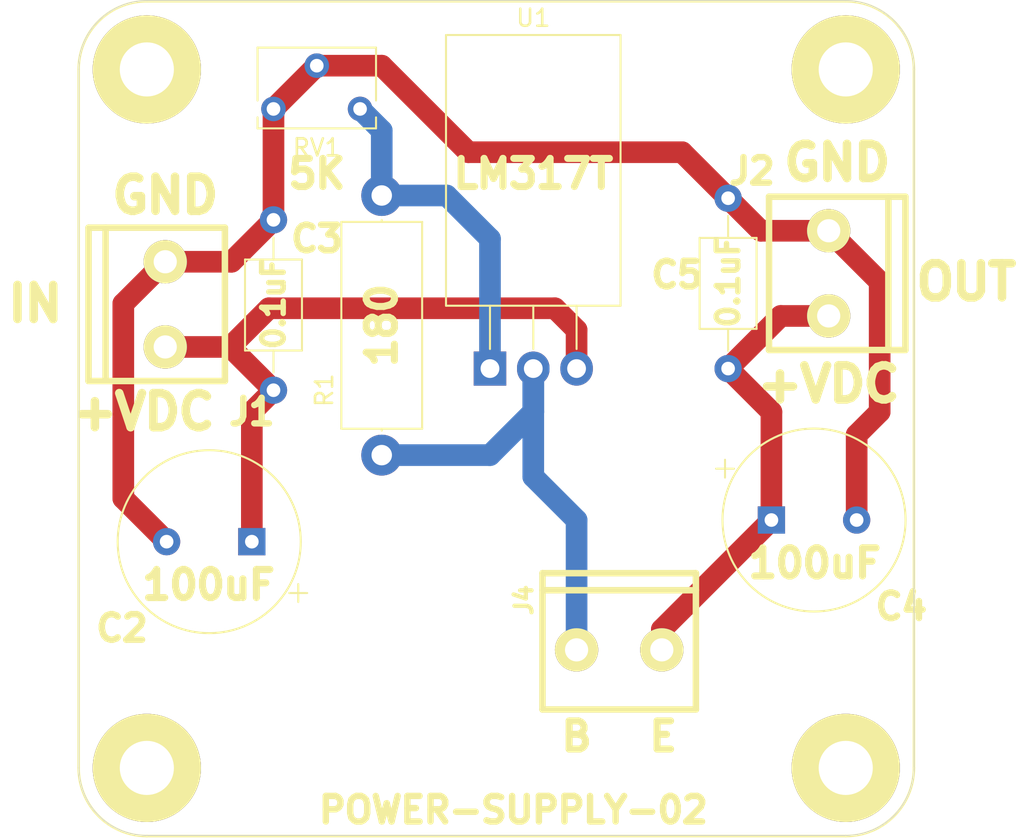
<source format=kicad_pcb>
(kicad_pcb (version 20171130) (host pcbnew "(5.1.5)-3")

  (general
    (thickness 1.6)
    (drawings 24)
    (tracks 42)
    (zones 0)
    (modules 11)
    (nets 6)
  )

  (page A4)
  (layers
    (0 F.Cu signal)
    (31 B.Cu signal)
    (32 B.Adhes user hide)
    (33 F.Adhes user hide)
    (34 B.Paste user hide)
    (35 F.Paste user hide)
    (36 B.SilkS user)
    (37 F.SilkS user)
    (38 B.Mask user)
    (39 F.Mask user)
    (40 Dwgs.User user)
    (41 Cmts.User user)
    (42 Eco1.User user hide)
    (43 Eco2.User user hide)
    (44 Edge.Cuts user)
    (45 Margin user hide)
    (46 B.CrtYd user hide)
    (47 F.CrtYd user hide)
    (48 B.Fab user hide)
    (49 F.Fab user hide)
  )

  (setup
    (last_trace_width 0.25)
    (user_trace_width 0.635)
    (user_trace_width 1.27)
    (trace_clearance 0.2)
    (zone_clearance 0.508)
    (zone_45_only no)
    (trace_min 0.2)
    (via_size 0.8)
    (via_drill 0.4)
    (via_min_size 0.4)
    (via_min_drill 0.3)
    (uvia_size 0.3)
    (uvia_drill 0.1)
    (uvias_allowed no)
    (uvia_min_size 0.2)
    (uvia_min_drill 0.1)
    (edge_width 0.05)
    (segment_width 0.2)
    (pcb_text_width 0.3)
    (pcb_text_size 1.5 1.5)
    (mod_edge_width 0.12)
    (mod_text_size 1 1)
    (mod_text_width 0.15)
    (pad_size 1.524 1.524)
    (pad_drill 0.762)
    (pad_to_mask_clearance 0.051)
    (solder_mask_min_width 0.25)
    (aux_axis_origin 0 0)
    (visible_elements 7EFFEF7F)
    (pcbplotparams
      (layerselection 0x010fc_ffffffff)
      (usegerberextensions false)
      (usegerberattributes false)
      (usegerberadvancedattributes false)
      (creategerberjobfile false)
      (excludeedgelayer true)
      (linewidth 0.100000)
      (plotframeref false)
      (viasonmask false)
      (mode 1)
      (useauxorigin false)
      (hpglpennumber 1)
      (hpglpenspeed 20)
      (hpglpendiameter 15.000000)
      (psnegative false)
      (psa4output false)
      (plotreference true)
      (plotvalue true)
      (plotinvisibletext false)
      (padsonsilk false)
      (subtractmaskfromsilk false)
      (outputformat 1)
      (mirror false)
      (drillshape 0)
      (scaleselection 1)
      (outputdirectory "plots/"))
  )

  (net 0 "")
  (net 1 /GND)
  (net 2 /Vin)
  (net 3 /Vout)
  (net 4 /B)
  (net 5 /ADJ)

  (net_class Default "This is the default net class."
    (clearance 0.2)
    (trace_width 0.25)
    (via_dia 0.8)
    (via_drill 0.4)
    (uvia_dia 0.3)
    (uvia_drill 0.1)
    (add_net /ADJ)
    (add_net /B)
    (add_net /GND)
    (add_net /Vin)
    (add_net /Vout)
  )

  (module Resistor_THT:R_Axial_DIN0414_L11.9mm_D4.5mm_P15.24mm_Horizontal (layer F.Cu) (tedit 5AE5139B) (tstamp 5FC3A33C)
    (at 17.78 26.67 90)
    (descr "Resistor, Axial_DIN0414 series, Axial, Horizontal, pin pitch=15.24mm, 2W, length*diameter=11.9*4.5mm^2, http://www.vishay.com/docs/20128/wkxwrx.pdf")
    (tags "Resistor Axial_DIN0414 series Axial Horizontal pin pitch 15.24mm 2W length 11.9mm diameter 4.5mm")
    (path /5FC3F763)
    (fp_text reference R1 (at 3.81 -3.37 90) (layer F.SilkS)
      (effects (font (size 1 1) (thickness 0.15)))
    )
    (fp_text value 180 (at 7.62 3.37 90) (layer F.Fab)
      (effects (font (size 1 1) (thickness 0.15)))
    )
    (fp_line (start 1.67 -2.25) (end 1.67 2.25) (layer F.Fab) (width 0.1))
    (fp_line (start 1.67 2.25) (end 13.57 2.25) (layer F.Fab) (width 0.1))
    (fp_line (start 13.57 2.25) (end 13.57 -2.25) (layer F.Fab) (width 0.1))
    (fp_line (start 13.57 -2.25) (end 1.67 -2.25) (layer F.Fab) (width 0.1))
    (fp_line (start 0 0) (end 1.67 0) (layer F.Fab) (width 0.1))
    (fp_line (start 15.24 0) (end 13.57 0) (layer F.Fab) (width 0.1))
    (fp_line (start 1.55 -2.37) (end 1.55 2.37) (layer F.SilkS) (width 0.12))
    (fp_line (start 1.55 2.37) (end 13.69 2.37) (layer F.SilkS) (width 0.12))
    (fp_line (start 13.69 2.37) (end 13.69 -2.37) (layer F.SilkS) (width 0.12))
    (fp_line (start 13.69 -2.37) (end 1.55 -2.37) (layer F.SilkS) (width 0.12))
    (fp_line (start 1.44 0) (end 1.55 0) (layer F.SilkS) (width 0.12))
    (fp_line (start 13.8 0) (end 13.69 0) (layer F.SilkS) (width 0.12))
    (fp_line (start -1.45 -2.5) (end -1.45 2.5) (layer F.CrtYd) (width 0.05))
    (fp_line (start -1.45 2.5) (end 16.69 2.5) (layer F.CrtYd) (width 0.05))
    (fp_line (start 16.69 2.5) (end 16.69 -2.5) (layer F.CrtYd) (width 0.05))
    (fp_line (start 16.69 -2.5) (end -1.45 -2.5) (layer F.CrtYd) (width 0.05))
    (fp_text user %R (at 7.62 0 90) (layer F.Fab)
      (effects (font (size 1 1) (thickness 0.15)))
    )
    (pad 1 thru_hole circle (at 0 0 90) (size 2.4 2.4) (drill 1.2) (layers *.Cu *.Mask)
      (net 4 /B))
    (pad 2 thru_hole oval (at 15.24 0 90) (size 2.4 2.4) (drill 1.2) (layers *.Cu *.Mask)
      (net 5 /ADJ))
    (model ${KISYS3DMOD}/Resistor_THT.3dshapes/R_Axial_DIN0414_L11.9mm_D4.5mm_P15.24mm_Horizontal.wrl
      (at (xyz 0 0 0))
      (scale (xyz 1 1 1))
      (rotate (xyz 0 0 0))
    )
  )

  (module Package_TO_SOT_THT:TO-220-3_Horizontal_TabDown (layer F.Cu) (tedit 5AC8BA0D) (tstamp 5FC410E7)
    (at 24.13 21.59)
    (descr "TO-220-3, Horizontal, RM 2.54mm, see https://www.vishay.com/docs/66542/to-220-1.pdf")
    (tags "TO-220-3 Horizontal RM 2.54mm")
    (path /5FC3B221)
    (fp_text reference U1 (at 2.54 -20.58) (layer F.SilkS)
      (effects (font (size 1 1) (thickness 0.15)))
    )
    (fp_text value LM317T_TO220 (at 2.54 2) (layer F.Fab)
      (effects (font (size 1 1) (thickness 0.15)))
    )
    (fp_circle (center 2.54 -16.66) (end 4.39 -16.66) (layer F.Fab) (width 0.1))
    (fp_line (start -2.46 -13.06) (end -2.46 -19.46) (layer F.Fab) (width 0.1))
    (fp_line (start -2.46 -19.46) (end 7.54 -19.46) (layer F.Fab) (width 0.1))
    (fp_line (start 7.54 -19.46) (end 7.54 -13.06) (layer F.Fab) (width 0.1))
    (fp_line (start 7.54 -13.06) (end -2.46 -13.06) (layer F.Fab) (width 0.1))
    (fp_line (start -2.46 -3.81) (end -2.46 -13.06) (layer F.Fab) (width 0.1))
    (fp_line (start -2.46 -13.06) (end 7.54 -13.06) (layer F.Fab) (width 0.1))
    (fp_line (start 7.54 -13.06) (end 7.54 -3.81) (layer F.Fab) (width 0.1))
    (fp_line (start 7.54 -3.81) (end -2.46 -3.81) (layer F.Fab) (width 0.1))
    (fp_line (start 0 -3.81) (end 0 0) (layer F.Fab) (width 0.1))
    (fp_line (start 2.54 -3.81) (end 2.54 0) (layer F.Fab) (width 0.1))
    (fp_line (start 5.08 -3.81) (end 5.08 0) (layer F.Fab) (width 0.1))
    (fp_line (start -2.58 -3.69) (end 7.66 -3.69) (layer F.SilkS) (width 0.12))
    (fp_line (start -2.58 -19.58) (end 7.66 -19.58) (layer F.SilkS) (width 0.12))
    (fp_line (start -2.58 -19.58) (end -2.58 -3.69) (layer F.SilkS) (width 0.12))
    (fp_line (start 7.66 -19.58) (end 7.66 -3.69) (layer F.SilkS) (width 0.12))
    (fp_line (start 0 -3.69) (end 0 -1.15) (layer F.SilkS) (width 0.12))
    (fp_line (start 2.54 -3.69) (end 2.54 -1.15) (layer F.SilkS) (width 0.12))
    (fp_line (start 5.08 -3.69) (end 5.08 -1.15) (layer F.SilkS) (width 0.12))
    (fp_line (start -2.71 -19.71) (end -2.71 1.25) (layer F.CrtYd) (width 0.05))
    (fp_line (start -2.71 1.25) (end 7.79 1.25) (layer F.CrtYd) (width 0.05))
    (fp_line (start 7.79 1.25) (end 7.79 -19.71) (layer F.CrtYd) (width 0.05))
    (fp_line (start 7.79 -19.71) (end -2.71 -19.71) (layer F.CrtYd) (width 0.05))
    (fp_text user %R (at 2.54 -20.58) (layer F.Fab)
      (effects (font (size 1 1) (thickness 0.15)))
    )
    (pad "" np_thru_hole oval (at 2.54 -16.66) (size 3.5 3.5) (drill 3.5) (layers *.Cu *.Mask))
    (pad 1 thru_hole rect (at 0 0) (size 1.905 2) (drill 1.1) (layers *.Cu *.Mask)
      (net 5 /ADJ))
    (pad 2 thru_hole oval (at 2.54 0) (size 1.905 2) (drill 1.1) (layers *.Cu *.Mask)
      (net 4 /B))
    (pad 3 thru_hole oval (at 5.08 0) (size 1.905 2) (drill 1.1) (layers *.Cu *.Mask)
      (net 2 /Vin))
    (model ${KISYS3DMOD}/Package_TO_SOT_THT.3dshapes/TO-220-3_Horizontal_TabDown.wrl
      (at (xyz 0 0 0))
      (scale (xyz 1 1 1))
      (rotate (xyz 0 0 0))
    )
  )

  (module Capacitor_THT:CP_Radial_Tantal_D10.5mm_P5.00mm (layer F.Cu) (tedit 5AE50EF0) (tstamp 5F79B9EF)
    (at 10.16 31.75 180)
    (descr "CP, Radial_Tantal series, Radial, pin pitch=5.00mm, , diameter=10.5mm, Tantal Electrolytic Capacitor, http://cdn-reichelt.de/documents/datenblatt/B300/TANTAL-TB-Serie%23.pdf")
    (tags "CP Radial_Tantal series Radial pin pitch 5.00mm  diameter 10.5mm Tantal Electrolytic Capacitor")
    (path /5F79D6B1)
    (fp_text reference C2 (at 7.62 -5.08) (layer F.SilkS)
      (effects (font (size 1.5 1.5) (thickness 0.45)))
    )
    (fp_text value 10uF (at 2.5 6.5) (layer F.Fab)
      (effects (font (size 1 1) (thickness 0.15)))
    )
    (fp_text user %R (at 2.5 0) (layer F.SilkS) hide
      (effects (font (size 1.5 1.5) (thickness 0.375)))
    )
    (fp_line (start -2.722133 -3.54) (end -2.722133 -2.49) (layer F.SilkS) (width 0.12))
    (fp_line (start -3.247133 -3.015) (end -2.197133 -3.015) (layer F.SilkS) (width 0.12))
    (fp_line (start -1.479387 -2.8225) (end -1.479387 -1.7725) (layer F.Fab) (width 0.1))
    (fp_line (start -2.004387 -2.2975) (end -0.954387 -2.2975) (layer F.Fab) (width 0.1))
    (fp_circle (center 2.5 0) (end 8 0) (layer F.CrtYd) (width 0.05))
    (fp_circle (center 2.5 0) (end 7.87 0) (layer F.SilkS) (width 0.12))
    (fp_circle (center 2.5 0) (end 7.75 0) (layer F.Fab) (width 0.1))
    (pad 2 thru_hole circle (at 5 0 180) (size 1.6 1.6) (drill 0.8) (layers *.Cu *.Mask)
      (net 1 /GND))
    (pad 1 thru_hole rect (at 0 0 180) (size 1.6 1.6) (drill 0.8) (layers *.Cu *.Mask)
      (net 2 /Vin))
    (model ${KISYS3DMOD}/Capacitor_THT.3dshapes/CP_Radial_Tantal_D10.5mm_P5.00mm.wrl
      (at (xyz 0 0 0))
      (scale (xyz 1 1 1))
      (rotate (xyz 0 0 0))
    )
  )

  (module Capacitor_THT:C_Axial_L5.1mm_D3.1mm_P10.00mm_Horizontal (layer F.Cu) (tedit 5AE50EF0) (tstamp 5F79BA06)
    (at 11.43 22.86 90)
    (descr "C, Axial series, Axial, Horizontal, pin pitch=10mm, , length*diameter=5.1*3.1mm^2, http://www.vishay.com/docs/45231/arseries.pdf")
    (tags "C Axial series Axial Horizontal pin pitch 10mm  length 5.1mm diameter 3.1mm")
    (path /5F79E297)
    (fp_text reference C3 (at 8.89 2.54 180) (layer F.SilkS)
      (effects (font (size 1.5 1.5) (thickness 0.45)))
    )
    (fp_text value 0.1uF (at 5 2.67 90) (layer F.Fab)
      (effects (font (size 1 1) (thickness 0.15)))
    )
    (fp_line (start 2.45 -1.55) (end 2.45 1.55) (layer F.Fab) (width 0.1))
    (fp_line (start 2.45 1.55) (end 7.55 1.55) (layer F.Fab) (width 0.1))
    (fp_line (start 7.55 1.55) (end 7.55 -1.55) (layer F.Fab) (width 0.1))
    (fp_line (start 7.55 -1.55) (end 2.45 -1.55) (layer F.Fab) (width 0.1))
    (fp_line (start 0 0) (end 2.45 0) (layer F.Fab) (width 0.1))
    (fp_line (start 10 0) (end 7.55 0) (layer F.Fab) (width 0.1))
    (fp_line (start 2.33 -1.67) (end 2.33 1.67) (layer F.SilkS) (width 0.12))
    (fp_line (start 2.33 1.67) (end 7.67 1.67) (layer F.SilkS) (width 0.12))
    (fp_line (start 7.67 1.67) (end 7.67 -1.67) (layer F.SilkS) (width 0.12))
    (fp_line (start 7.67 -1.67) (end 2.33 -1.67) (layer F.SilkS) (width 0.12))
    (fp_line (start 1.04 0) (end 2.33 0) (layer F.SilkS) (width 0.12))
    (fp_line (start 8.96 0) (end 7.67 0) (layer F.SilkS) (width 0.12))
    (fp_line (start -1.05 -1.8) (end -1.05 1.8) (layer F.CrtYd) (width 0.05))
    (fp_line (start -1.05 1.8) (end 11.05 1.8) (layer F.CrtYd) (width 0.05))
    (fp_line (start 11.05 1.8) (end 11.05 -1.8) (layer F.CrtYd) (width 0.05))
    (fp_line (start 11.05 -1.8) (end -1.05 -1.8) (layer F.CrtYd) (width 0.05))
    (fp_text user %R (at 5 0 90) (layer F.SilkS) hide
      (effects (font (size 1.5 1.5) (thickness 0.375)))
    )
    (pad 1 thru_hole circle (at 0 0 90) (size 1.6 1.6) (drill 0.8) (layers *.Cu *.Mask)
      (net 2 /Vin))
    (pad 2 thru_hole oval (at 10 0 90) (size 1.6 1.6) (drill 0.8) (layers *.Cu *.Mask)
      (net 1 /GND))
    (model ${KISYS3DMOD}/Capacitor_THT.3dshapes/C_Axial_L5.1mm_D3.1mm_P10.00mm_Horizontal.wrl
      (at (xyz 0 0 0))
      (scale (xyz 1 1 1))
      (rotate (xyz 0 0 0))
    )
  )

  (module Capacitor_THT:CP_Radial_Tantal_D10.5mm_P5.00mm (layer F.Cu) (tedit 5AE50EF0) (tstamp 5F79BA14)
    (at 40.64 30.48)
    (descr "CP, Radial_Tantal series, Radial, pin pitch=5.00mm, , diameter=10.5mm, Tantal Electrolytic Capacitor, http://cdn-reichelt.de/documents/datenblatt/B300/TANTAL-TB-Serie%23.pdf")
    (tags "CP Radial_Tantal series Radial pin pitch 5.00mm  diameter 10.5mm Tantal Electrolytic Capacitor")
    (path /5F7A7FA6)
    (fp_text reference C4 (at 7.62 5.08) (layer F.SilkS)
      (effects (font (size 1.5 1.5) (thickness 0.45)))
    )
    (fp_text value 100uF (at 2.5 6.5) (layer F.Fab)
      (effects (font (size 1 1) (thickness 0.15)))
    )
    (fp_circle (center 2.5 0) (end 7.75 0) (layer F.Fab) (width 0.1))
    (fp_circle (center 2.5 0) (end 7.87 0) (layer F.SilkS) (width 0.12))
    (fp_circle (center 2.5 0) (end 8 0) (layer F.CrtYd) (width 0.05))
    (fp_line (start -2.004387 -2.2975) (end -0.954387 -2.2975) (layer F.Fab) (width 0.1))
    (fp_line (start -1.479387 -2.8225) (end -1.479387 -1.7725) (layer F.Fab) (width 0.1))
    (fp_line (start -3.247133 -3.015) (end -2.197133 -3.015) (layer F.SilkS) (width 0.12))
    (fp_line (start -2.722133 -3.54) (end -2.722133 -2.49) (layer F.SilkS) (width 0.12))
    (fp_text user %R (at 2.5 0) (layer F.SilkS) hide
      (effects (font (size 1.5 1.5) (thickness 0.375)))
    )
    (pad 1 thru_hole rect (at 0 0) (size 1.6 1.6) (drill 0.8) (layers *.Cu *.Mask)
      (net 3 /Vout))
    (pad 2 thru_hole circle (at 5 0) (size 1.6 1.6) (drill 0.8) (layers *.Cu *.Mask)
      (net 1 /GND))
    (model ${KISYS3DMOD}/Capacitor_THT.3dshapes/CP_Radial_Tantal_D10.5mm_P5.00mm.wrl
      (at (xyz 0 0 0))
      (scale (xyz 1 1 1))
      (rotate (xyz 0 0 0))
    )
  )

  (module Capacitor_THT:C_Axial_L5.1mm_D3.1mm_P10.00mm_Horizontal (layer F.Cu) (tedit 5AE50EF0) (tstamp 5F79BA2B)
    (at 38.1 21.59 90)
    (descr "C, Axial series, Axial, Horizontal, pin pitch=10mm, , length*diameter=5.1*3.1mm^2, http://www.vishay.com/docs/45231/arseries.pdf")
    (tags "C Axial series Axial Horizontal pin pitch 10mm  length 5.1mm diameter 3.1mm")
    (path /5F7A947D)
    (fp_text reference C5 (at 5.5 -3 180) (layer F.SilkS)
      (effects (font (size 1.5 1.5) (thickness 0.45)))
    )
    (fp_text value 0.1uF (at 5 2.67 90) (layer F.Fab)
      (effects (font (size 1 1) (thickness 0.15)))
    )
    (fp_text user %R (at 5 0 90) (layer F.SilkS) hide
      (effects (font (size 1.5 1.5) (thickness 0.375)))
    )
    (fp_line (start 11.05 -1.8) (end -1.05 -1.8) (layer F.CrtYd) (width 0.05))
    (fp_line (start 11.05 1.8) (end 11.05 -1.8) (layer F.CrtYd) (width 0.05))
    (fp_line (start -1.05 1.8) (end 11.05 1.8) (layer F.CrtYd) (width 0.05))
    (fp_line (start -1.05 -1.8) (end -1.05 1.8) (layer F.CrtYd) (width 0.05))
    (fp_line (start 8.96 0) (end 7.67 0) (layer F.SilkS) (width 0.12))
    (fp_line (start 1.04 0) (end 2.33 0) (layer F.SilkS) (width 0.12))
    (fp_line (start 7.67 -1.67) (end 2.33 -1.67) (layer F.SilkS) (width 0.12))
    (fp_line (start 7.67 1.67) (end 7.67 -1.67) (layer F.SilkS) (width 0.12))
    (fp_line (start 2.33 1.67) (end 7.67 1.67) (layer F.SilkS) (width 0.12))
    (fp_line (start 2.33 -1.67) (end 2.33 1.67) (layer F.SilkS) (width 0.12))
    (fp_line (start 10 0) (end 7.55 0) (layer F.Fab) (width 0.1))
    (fp_line (start 0 0) (end 2.45 0) (layer F.Fab) (width 0.1))
    (fp_line (start 7.55 -1.55) (end 2.45 -1.55) (layer F.Fab) (width 0.1))
    (fp_line (start 7.55 1.55) (end 7.55 -1.55) (layer F.Fab) (width 0.1))
    (fp_line (start 2.45 1.55) (end 7.55 1.55) (layer F.Fab) (width 0.1))
    (fp_line (start 2.45 -1.55) (end 2.45 1.55) (layer F.Fab) (width 0.1))
    (pad 2 thru_hole oval (at 10 0 90) (size 1.6 1.6) (drill 0.8) (layers *.Cu *.Mask)
      (net 1 /GND))
    (pad 1 thru_hole circle (at 0 0 90) (size 1.6 1.6) (drill 0.8) (layers *.Cu *.Mask)
      (net 3 /Vout))
    (model ${KISYS3DMOD}/Capacitor_THT.3dshapes/C_Axial_L5.1mm_D3.1mm_P10.00mm_Horizontal.wrl
      (at (xyz 0 0 0))
      (scale (xyz 1 1 1))
      (rotate (xyz 0 0 0))
    )
  )

  (module LandBoards_Conns:TB2-5MM (layer F.Cu) (tedit 5CF902C9) (tstamp 5F79BAB6)
    (at 5.08 20.32 90)
    (path /5F7A0325)
    (fp_text reference J1 (at -3.81 5.08) (layer F.SilkS)
      (effects (font (size 1.5 1.5) (thickness 0.45)))
    )
    (fp_text value Conn_01x02 (at 2 5 90) (layer F.SilkS) hide
      (effects (font (size 1.524 1.524) (thickness 0.3048)))
    )
    (fp_line (start -2 -4.5) (end -2 3.5) (layer F.SilkS) (width 0.381))
    (fp_line (start 7 -4.5) (end 7 3.5) (layer F.SilkS) (width 0.381))
    (fp_line (start -2 3.5) (end 7 3.5) (layer F.SilkS) (width 0.381))
    (fp_line (start -2 -3.5) (end 7 -3.5) (layer F.SilkS) (width 0.381))
    (fp_line (start -2 -4.5) (end 7 -4.5) (layer F.SilkS) (width 0.381))
    (fp_line (start -2.27 -4.8) (end 7.25 -4.8) (layer F.CrtYd) (width 0.05))
    (fp_line (start 7.25 -4.8) (end 7.25 3.76) (layer F.CrtYd) (width 0.05))
    (fp_line (start 7.25 3.76) (end -2.27 3.76) (layer F.CrtYd) (width 0.05))
    (fp_line (start -2.27 3.76) (end -2.27 -4.8) (layer F.CrtYd) (width 0.05))
    (pad 1 thru_hole circle (at 0 0 90) (size 2.54 2.54) (drill 1.3589) (layers *.Cu *.Mask F.SilkS)
      (net 2 /Vin))
    (pad 2 thru_hole circle (at 5 0 90) (size 2.54 2.54) (drill 1.3589) (layers *.Cu *.Mask F.SilkS)
      (net 1 /GND))
  )

  (module LandBoards_Conns:TB2-5MM (layer F.Cu) (tedit 5CF902C9) (tstamp 5F79BAC5)
    (at 44 13.5 270)
    (path /5F79F8CF)
    (fp_text reference J2 (at -3.5 4.5) (layer F.SilkS)
      (effects (font (size 1.5 1.5) (thickness 0.45)))
    )
    (fp_text value Conn_01x02 (at 2 5 90) (layer F.SilkS) hide
      (effects (font (size 1.524 1.524) (thickness 0.3048)))
    )
    (fp_line (start -2.27 3.76) (end -2.27 -4.8) (layer F.CrtYd) (width 0.05))
    (fp_line (start 7.25 3.76) (end -2.27 3.76) (layer F.CrtYd) (width 0.05))
    (fp_line (start 7.25 -4.8) (end 7.25 3.76) (layer F.CrtYd) (width 0.05))
    (fp_line (start -2.27 -4.8) (end 7.25 -4.8) (layer F.CrtYd) (width 0.05))
    (fp_line (start -2 -4.5) (end 7 -4.5) (layer F.SilkS) (width 0.381))
    (fp_line (start -2 -3.5) (end 7 -3.5) (layer F.SilkS) (width 0.381))
    (fp_line (start -2 3.5) (end 7 3.5) (layer F.SilkS) (width 0.381))
    (fp_line (start 7 -4.5) (end 7 3.5) (layer F.SilkS) (width 0.381))
    (fp_line (start -2 -4.5) (end -2 3.5) (layer F.SilkS) (width 0.381))
    (pad 2 thru_hole circle (at 5 0 270) (size 2.54 2.54) (drill 1.3589) (layers *.Cu *.Mask F.SilkS)
      (net 3 /Vout))
    (pad 1 thru_hole circle (at 0 0 270) (size 2.54 2.54) (drill 1.3589) (layers *.Cu *.Mask F.SilkS)
      (net 1 /GND))
  )

  (module LandBoards_BoardOutlines:BD-49X49 (layer F.Cu) (tedit 524856E1) (tstamp 5F7A1A77)
    (at 0 49.03)
    (path /5F7B1D56)
    (fp_text reference B1 (at 0 1) (layer F.SilkS) hide
      (effects (font (size 1.5 1.5) (thickness 0.45)))
    )
    (fp_text value COUPON (at 0 0) (layer F.SilkS) hide
      (effects (font (size 1 1) (thickness 0.15)))
    )
    (fp_line (start 4 0) (end 45 0) (layer F.SilkS) (width 0.15))
    (fp_line (start 0 -45) (end 0 -4) (layer F.SilkS) (width 0.15))
    (fp_line (start 45 -49) (end 4 -49) (layer F.SilkS) (width 0.15))
    (fp_line (start 49 -4) (end 49 -45) (layer F.SilkS) (width 0.15))
    (fp_arc (start 4 -4) (end 4 0) (angle 90) (layer F.SilkS) (width 0.15))
    (fp_arc (start 45 -4) (end 49 -4) (angle 90) (layer F.SilkS) (width 0.15))
    (fp_arc (start 45 -45) (end 45 -49) (angle 90) (layer F.SilkS) (width 0.15))
    (fp_arc (start 4 -45) (end 0 -45) (angle 90) (layer F.SilkS) (width 0.15))
    (pad 1 thru_hole circle (at 4 -45) (size 6.35 6.35) (drill 3.175) (layers *.Cu *.Mask F.SilkS))
    (pad 2 thru_hole circle (at 45 -45) (size 6.35 6.35) (drill 3.175) (layers *.Cu *.Mask F.SilkS))
    (pad 3 thru_hole circle (at 4 -4) (size 6.35 6.35) (drill 3.175) (layers *.Cu *.Mask F.SilkS))
    (pad 4 thru_hole circle (at 45 -4) (size 6.35 6.35) (drill 3.175) (layers *.Cu *.Mask F.SilkS))
  )

  (module LandBoards_Conns:TB2-5MM (layer F.Cu) (tedit 5CF902C9) (tstamp 5FC3A325)
    (at 29.21 38.1)
    (path /5FC45204)
    (fp_text reference J4 (at -3.095 -2.92 90) (layer F.SilkS)
      (effects (font (size 1 1) (thickness 0.25)))
    )
    (fp_text value Conn_01x02 (at 2 5) (layer F.SilkS) hide
      (effects (font (size 1.524 1.524) (thickness 0.3048)))
    )
    (fp_line (start -2.27 3.76) (end -2.27 -4.8) (layer F.CrtYd) (width 0.05))
    (fp_line (start 7.25 3.76) (end -2.27 3.76) (layer F.CrtYd) (width 0.05))
    (fp_line (start 7.25 -4.8) (end 7.25 3.76) (layer F.CrtYd) (width 0.05))
    (fp_line (start -2.27 -4.8) (end 7.25 -4.8) (layer F.CrtYd) (width 0.05))
    (fp_line (start -2 -4.5) (end 7 -4.5) (layer F.SilkS) (width 0.381))
    (fp_line (start -2 -3.5) (end 7 -3.5) (layer F.SilkS) (width 0.381))
    (fp_line (start -2 3.5) (end 7 3.5) (layer F.SilkS) (width 0.381))
    (fp_line (start 7 -4.5) (end 7 3.5) (layer F.SilkS) (width 0.381))
    (fp_line (start -2 -4.5) (end -2 3.5) (layer F.SilkS) (width 0.381))
    (pad 2 thru_hole circle (at 5 0) (size 2.54 2.54) (drill 1.3589) (layers *.Cu *.Mask F.SilkS)
      (net 3 /Vout))
    (pad 1 thru_hole circle (at 0 0) (size 2.54 2.54) (drill 1.3589) (layers *.Cu *.Mask F.SilkS)
      (net 4 /B))
  )

  (module Potentiometer_THT:Potentiometer_Bourns_3266W_Vertical (layer F.Cu) (tedit 5A3D4994) (tstamp 5FC3A355)
    (at 11.43 6.35 180)
    (descr "Potentiometer, vertical, Bourns 3266W, https://www.bourns.com/docs/Product-Datasheets/3266.pdf")
    (tags "Potentiometer vertical Bourns 3266W")
    (path /5FC3E3E8)
    (fp_text reference RV1 (at -2.54 -2.27) (layer F.SilkS)
      (effects (font (size 1 1) (thickness 0.15)))
    )
    (fp_text value 5K (at -2.54 4.73) (layer F.Fab)
      (effects (font (size 1 1) (thickness 0.15)))
    )
    (fp_circle (center -0.455 2.21) (end 0.435 2.21) (layer F.Fab) (width 0.1))
    (fp_line (start -5.895 -1.02) (end -5.895 3.48) (layer F.Fab) (width 0.1))
    (fp_line (start -5.895 3.48) (end 0.815 3.48) (layer F.Fab) (width 0.1))
    (fp_line (start 0.815 3.48) (end 0.815 -1.02) (layer F.Fab) (width 0.1))
    (fp_line (start 0.815 -1.02) (end -5.895 -1.02) (layer F.Fab) (width 0.1))
    (fp_line (start -0.455 3.092) (end -0.454 1.329) (layer F.Fab) (width 0.1))
    (fp_line (start -0.455 3.092) (end -0.454 1.329) (layer F.Fab) (width 0.1))
    (fp_line (start -6.015 -1.14) (end 0.935 -1.14) (layer F.SilkS) (width 0.12))
    (fp_line (start -6.015 3.6) (end 0.935 3.6) (layer F.SilkS) (width 0.12))
    (fp_line (start -6.015 -1.14) (end -6.015 -0.495) (layer F.SilkS) (width 0.12))
    (fp_line (start -6.015 0.495) (end -6.015 3.6) (layer F.SilkS) (width 0.12))
    (fp_line (start 0.935 -1.14) (end 0.935 -0.495) (layer F.SilkS) (width 0.12))
    (fp_line (start 0.935 0.495) (end 0.935 3.6) (layer F.SilkS) (width 0.12))
    (fp_line (start -6.15 -1.3) (end -6.15 3.75) (layer F.CrtYd) (width 0.05))
    (fp_line (start -6.15 3.75) (end 1.1 3.75) (layer F.CrtYd) (width 0.05))
    (fp_line (start 1.1 3.75) (end 1.1 -1.3) (layer F.CrtYd) (width 0.05))
    (fp_line (start 1.1 -1.3) (end -6.15 -1.3) (layer F.CrtYd) (width 0.05))
    (fp_text user %R (at -3.175 1.23) (layer F.Fab)
      (effects (font (size 0.91 0.91) (thickness 0.15)))
    )
    (pad 1 thru_hole circle (at 0 0 180) (size 1.44 1.44) (drill 0.8) (layers *.Cu *.Mask)
      (net 1 /GND))
    (pad 2 thru_hole circle (at -2.54 2.54 180) (size 1.44 1.44) (drill 0.8) (layers *.Cu *.Mask)
      (net 1 /GND))
    (pad 3 thru_hole circle (at -5.08 0 180) (size 1.44 1.44) (drill 0.8) (layers *.Cu *.Mask)
      (net 5 /ADJ))
    (model ${KISYS3DMOD}/Potentiometer_THT.3dshapes/Potentiometer_Bourns_3266W_Vertical.wrl
      (at (xyz 0 0 0))
      (scale (xyz 1 1 1))
      (rotate (xyz 0 0 0))
    )
  )

  (gr_text OUT (at 52.07 16.51) (layer F.SilkS) (tstamp 5FC3AC4A)
    (effects (font (size 2 2) (thickness 0.5)))
  )
  (gr_text +VDC (at 3.81 24.13) (layer F.SilkS) (tstamp 5FC3AC26)
    (effects (font (size 2 2) (thickness 0.5)))
  )
  (gr_text GND (at 5.08 11.43) (layer F.SilkS) (tstamp 5FC3ABE3)
    (effects (font (size 2 2) (thickness 0.5)))
  )
  (gr_text 180 (at 17.78 19.05 90) (layer F.SilkS) (tstamp 5FC3AB80)
    (effects (font (size 1.651 1.6604) (thickness 0.41275)))
  )
  (gr_text 5K (at 13.97 10.16) (layer F.SilkS) (tstamp 5FC3AB69)
    (effects (font (size 1.651 1.6604) (thickness 0.41275)))
  )
  (gr_text 0.1uF (at 38.1 16.51 90) (layer F.SilkS) (tstamp 5FC3AB67)
    (effects (font (size 1.27 1.27) (thickness 0.3175)))
  )
  (gr_text 0.1uF (at 11.43 17.78 90) (layer F.SilkS) (tstamp 5FC3AB5F)
    (effects (font (size 1.27 1.27) (thickness 0.3175)))
  )
  (gr_text LM317T (at 26.67 10.16) (layer F.SilkS) (tstamp 5FC3AB5C)
    (effects (font (size 1.651 1.6604) (thickness 0.41275)))
  )
  (gr_text 100uF (at 43.18 33.02) (layer F.SilkS) (tstamp 5FC3AB5A)
    (effects (font (size 1.651 1.6604) (thickness 0.41275)))
  )
  (gr_text 100uF (at 7.62 34.29) (layer F.SilkS) (tstamp 5FC3AB56)
    (effects (font (size 1.651 1.6604) (thickness 0.41275)))
  )
  (gr_text E (at 34.29 43.18) (layer F.SilkS) (tstamp 5FC3AA5E)
    (effects (font (size 1.651 1.6604) (thickness 0.41275)))
  )
  (gr_text B (at 29.21 43.18) (layer F.SilkS) (tstamp 5FC3AA5B)
    (effects (font (size 1.651 1.6604) (thickness 0.41275)))
  )
  (gr_text IN (at -2.54 17.78) (layer F.SilkS) (tstamp 5F7A283D)
    (effects (font (size 2 2) (thickness 0.5)))
  )
  (gr_text GND (at 44.5 9.5) (layer F.SilkS) (tstamp 5F7A2081)
    (effects (font (size 2 2) (thickness 0.5)))
  )
  (gr_text +VDC (at 44 22.5) (layer F.SilkS)
    (effects (font (size 2 2) (thickness 0.5)))
  )
  (gr_text POWER-SUPPLY-02 (at 25.5 47.5) (layer F.SilkS)
    (effects (font (size 1.5 1.5) (thickness 0.375)))
  )
  (gr_arc (start 45 4) (end 49 4) (angle -90) (layer Edge.Cuts) (width 0.05))
  (gr_arc (start 45 45) (end 45 49) (angle -90) (layer Edge.Cuts) (width 0.05))
  (gr_arc (start 4 45) (end 0 45) (angle -90) (layer Edge.Cuts) (width 0.05))
  (gr_arc (start 4 4) (end 4 0) (angle -90) (layer Edge.Cuts) (width 0.05))
  (gr_line (start 0 45) (end 0 4) (layer Edge.Cuts) (width 0.05))
  (gr_line (start 4 49) (end 45 49) (layer Edge.Cuts) (width 0.05))
  (gr_line (start 49 45) (end 49 4) (layer Edge.Cuts) (width 0.05))
  (gr_line (start 4 0) (end 45 0) (layer Edge.Cuts) (width 0.05))

  (segment (start 8.97 15.32) (end 11.43 12.86) (width 1.27) (layer F.Cu) (net 1) (status 20))
  (segment (start 5.08 15.32) (end 8.97 15.32) (width 1.27) (layer F.Cu) (net 1) (status 10))
  (segment (start 40.01 13.5) (end 38.1 11.59) (width 1.27) (layer F.Cu) (net 1) (status 20))
  (segment (start 44 13.5) (end 40.01 13.5) (width 1.27) (layer F.Cu) (net 1) (status 10))
  (segment (start 45.64 30.48) (end 45.64 25.48) (width 1.27) (layer F.Cu) (net 1) (status 10))
  (segment (start 45.64 25.48) (end 46.99 24.13) (width 1.27) (layer F.Cu) (net 1))
  (segment (start 46.99 16.49) (end 44 13.5) (width 1.27) (layer F.Cu) (net 1) (status 20))
  (segment (start 46.99 24.13) (end 46.99 16.49) (width 1.27) (layer F.Cu) (net 1))
  (segment (start 5.16 31.75) (end 2.62 29.21) (width 1.27) (layer F.Cu) (net 1) (status 10))
  (segment (start 2.62 17.78) (end 5.08 15.32) (width 1.27) (layer F.Cu) (net 1) (status 20))
  (segment (start 2.62 29.21) (end 2.62 17.78) (width 1.27) (layer F.Cu) (net 1))
  (segment (start 11.43 12.86) (end 11.43 6.35) (width 1.27) (layer F.Cu) (net 1))
  (segment (start 11.43 6.35) (end 13.97 3.81) (width 1.27) (layer F.Cu) (net 1))
  (segment (start 13.97 3.81) (end 17.78 3.81) (width 1.27) (layer F.Cu) (net 1))
  (segment (start 17.78 3.81) (end 22.86 8.89) (width 1.27) (layer F.Cu) (net 1))
  (segment (start 35.4 8.89) (end 38.1 11.59) (width 1.27) (layer F.Cu) (net 1))
  (segment (start 22.86 8.89) (end 35.4 8.89) (width 1.27) (layer F.Cu) (net 1))
  (segment (start 8.89 20.32) (end 11.43 22.86) (width 1.27) (layer F.Cu) (net 2) (status 20))
  (segment (start 5.08 20.32) (end 8.89 20.32) (width 1.27) (layer F.Cu) (net 2) (status 10))
  (segment (start 29.21 19.32) (end 27.94 18.05) (width 1.27) (layer F.Cu) (net 2))
  (segment (start 29.21 21.59) (end 29.21 19.32) (width 1.27) (layer F.Cu) (net 2) (status 10))
  (segment (start 11.16 18.05) (end 8.89 20.32) (width 1.27) (layer F.Cu) (net 2))
  (segment (start 27.94 18.05) (end 11.16 18.05) (width 1.27) (layer F.Cu) (net 2))
  (segment (start 10.16 24.13) (end 11.43 22.86) (width 1.27) (layer F.Cu) (net 2) (status 20))
  (segment (start 10.16 31.75) (end 10.16 24.13) (width 1.27) (layer F.Cu) (net 2) (status 10))
  (segment (start 41.19 18.5) (end 38.1 21.59) (width 1.27) (layer F.Cu) (net 3) (status 20))
  (segment (start 44 18.5) (end 41.19 18.5) (width 1.27) (layer F.Cu) (net 3) (status 10))
  (segment (start 40.64 24.13) (end 38.1 21.59) (width 1.27) (layer F.Cu) (net 3) (status 20))
  (segment (start 40.64 30.48) (end 40.64 24.13) (width 1.27) (layer F.Cu) (net 3) (status 10))
  (segment (start 34.21 36.91) (end 40.64 30.48) (width 1.27) (layer F.Cu) (net 3) (status 30))
  (segment (start 34.21 38.1) (end 34.21 36.91) (width 1.27) (layer F.Cu) (net 3) (status 30))
  (segment (start 17.78 26.67) (end 24.13 26.67) (width 1.27) (layer B.Cu) (net 4) (status 10))
  (segment (start 26.67 24.13) (end 26.67 21.59) (width 1.27) (layer B.Cu) (net 4) (status 20))
  (segment (start 24.13 26.67) (end 26.67 24.13) (width 1.27) (layer B.Cu) (net 4))
  (segment (start 29.21 38.1) (end 29.21 30.48) (width 1.27) (layer B.Cu) (net 4) (status 10))
  (segment (start 26.67 27.94) (end 26.67 21.59) (width 1.27) (layer B.Cu) (net 4) (status 20))
  (segment (start 29.21 30.48) (end 26.67 27.94) (width 1.27) (layer B.Cu) (net 4))
  (segment (start 17.78 7.62) (end 16.51 6.35) (width 1.27) (layer B.Cu) (net 5))
  (segment (start 17.78 11.43) (end 17.78 7.62) (width 1.27) (layer B.Cu) (net 5))
  (segment (start 21.59 11.43) (end 24.13 13.97) (width 1.27) (layer B.Cu) (net 5))
  (segment (start 17.78 11.43) (end 21.59 11.43) (width 1.27) (layer B.Cu) (net 5))
  (segment (start 24.13 21.59) (end 24.13 13.97) (width 1.27) (layer B.Cu) (net 5))

)

</source>
